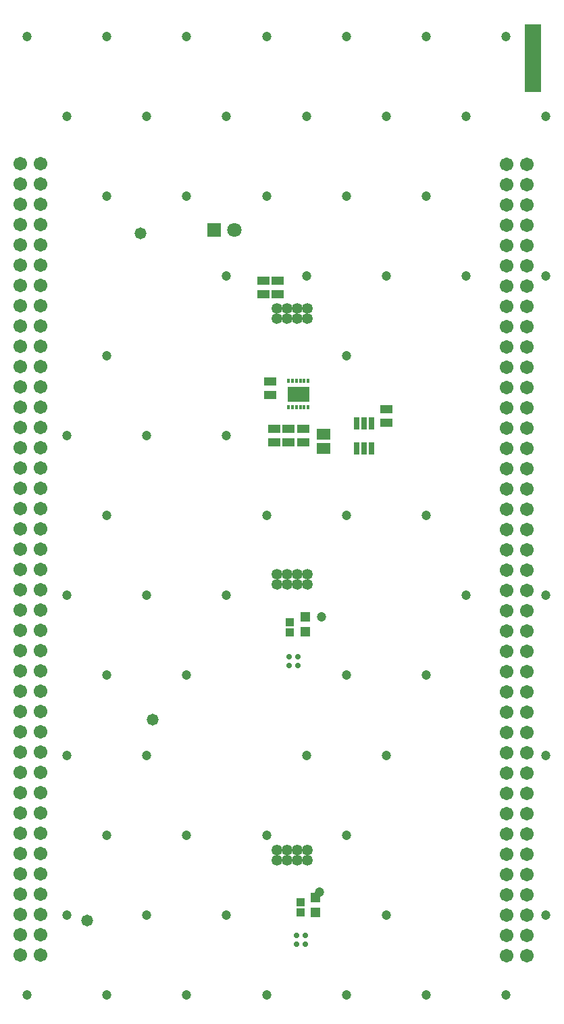
<source format=gbr>
%TF.GenerationSoftware,Altium Limited,Altium Designer,19.1.6 (110)*%
G04 Layer_Color=16711935*
%FSLAX26Y26*%
%MOIN*%
%TF.FileFunction,Soldermask,Bot*%
%TF.Part,Single*%
G01*
G75*
%TA.AperFunction,NonConductor*%
%ADD39C,0.000000*%
%ADD40R,0.078740X0.334646*%
%TA.AperFunction,SMDPad,CuDef*%
%ADD41R,0.051307X0.051307*%
%ADD42R,0.043433X0.041465*%
%ADD43R,0.059181X0.041465*%
%ADD44R,0.065087X0.053276*%
%ADD45R,0.106425X0.074929*%
%ADD46R,0.017843X0.023748*%
%ADD47R,0.029654X0.063118*%
%TA.AperFunction,ComponentPad*%
%ADD48C,0.067055*%
%ADD49C,0.053000*%
%ADD50C,0.070992*%
%ADD51R,0.070992X0.070992*%
%TA.AperFunction,ViaPad*%
%ADD52C,0.047370*%
%ADD53C,0.058000*%
%ADD54C,0.027685*%
D39*
X-50490Y1285520D02*
G03*
X-50490Y1285520I-24510J0D01*
G01*
Y1335520D02*
G03*
X-50490Y1335520I-24510J0D01*
G01*
X-490Y1285520D02*
G03*
X-490Y1285520I-24510J0D01*
G01*
Y1335520D02*
G03*
X-490Y1335520I-24510J0D01*
G01*
X49510Y1285520D02*
G03*
X49510Y1285520I-24510J0D01*
G01*
Y1335520D02*
G03*
X49510Y1335520I-24510J0D01*
G01*
X99510Y1285520D02*
G03*
X99510Y1285520I-24510J0D01*
G01*
Y1335520D02*
G03*
X99510Y1335520I-24510J0D01*
G01*
X100510Y25520D02*
G03*
X100510Y25520I-24510J0D01*
G01*
Y-24480D02*
G03*
X100510Y-24480I-24510J0D01*
G01*
X50510Y25520D02*
G03*
X50510Y25520I-24510J0D01*
G01*
Y-24480D02*
G03*
X50510Y-24480I-24510J0D01*
G01*
X510Y25520D02*
G03*
X510Y25520I-24510J0D01*
G01*
Y-24480D02*
G03*
X510Y-24480I-24510J0D01*
G01*
X-49490Y25520D02*
G03*
X-49490Y25520I-24510J0D01*
G01*
Y-24480D02*
G03*
X-49490Y-24480I-24510J0D01*
G01*
X-50490Y-1382480D02*
G03*
X-50490Y-1382480I-24510J0D01*
G01*
Y-1332480D02*
G03*
X-50490Y-1332480I-24510J0D01*
G01*
X-490Y-1382480D02*
G03*
X-490Y-1382480I-24510J0D01*
G01*
Y-1332480D02*
G03*
X-490Y-1332480I-24510J0D01*
G01*
X49510Y-1382480D02*
G03*
X49510Y-1382480I-24510J0D01*
G01*
Y-1332480D02*
G03*
X49510Y-1332480I-24510J0D01*
G01*
X99510Y-1382480D02*
G03*
X99510Y-1382480I-24510J0D01*
G01*
Y-1332480D02*
G03*
X99510Y-1332480I-24510J0D01*
G01*
D40*
X1188953Y2568906D02*
D03*
D41*
X117000Y-1568567D02*
D03*
Y-1639433D02*
D03*
X67000Y-185567D02*
D03*
Y-256433D02*
D03*
D42*
X41000Y-1590409D02*
D03*
Y-1641591D02*
D03*
X-12000Y-209410D02*
D03*
Y-260591D02*
D03*
D43*
X56000Y674535D02*
D03*
Y741465D02*
D03*
X-19000Y674535D02*
D03*
Y741465D02*
D03*
X-89000Y674535D02*
D03*
Y741465D02*
D03*
X-109000Y909535D02*
D03*
Y976465D02*
D03*
X466000Y840465D02*
D03*
Y773535D02*
D03*
X-70000Y1406535D02*
D03*
Y1473465D02*
D03*
X-140000Y1406535D02*
D03*
Y1473465D02*
D03*
D44*
X155000Y645567D02*
D03*
Y716433D02*
D03*
D45*
X31000Y913000D02*
D03*
D46*
X80213Y977961D02*
D03*
X60528D02*
D03*
X40843D02*
D03*
X21157D02*
D03*
X1472D02*
D03*
X-18213D02*
D03*
Y848039D02*
D03*
X1472D02*
D03*
X21157D02*
D03*
X40843D02*
D03*
X60528D02*
D03*
X80213D02*
D03*
D47*
X318598Y770008D02*
D03*
X356000D02*
D03*
X393401D02*
D03*
Y645992D02*
D03*
X356000D02*
D03*
X318598D02*
D03*
D48*
X-1341205Y2047956D02*
D03*
Y1947956D02*
D03*
Y1847956D02*
D03*
Y1747956D02*
D03*
Y1647956D02*
D03*
Y1547956D02*
D03*
Y1447956D02*
D03*
Y1347956D02*
D03*
Y1247956D02*
D03*
Y1147956D02*
D03*
Y1047956D02*
D03*
Y947956D02*
D03*
Y847956D02*
D03*
Y747956D02*
D03*
Y647956D02*
D03*
Y547956D02*
D03*
Y447955D02*
D03*
Y347955D02*
D03*
Y247956D02*
D03*
Y147956D02*
D03*
Y47956D02*
D03*
Y-52044D02*
D03*
Y-152044D02*
D03*
Y-252044D02*
D03*
Y-352045D02*
D03*
Y-452045D02*
D03*
Y-552044D02*
D03*
Y-652044D02*
D03*
Y-752044D02*
D03*
Y-852044D02*
D03*
Y-952044D02*
D03*
Y-1052044D02*
D03*
Y-1152044D02*
D03*
Y-1252044D02*
D03*
Y-1352044D02*
D03*
Y-1452044D02*
D03*
Y-1552044D02*
D03*
Y-1652044D02*
D03*
Y-1752044D02*
D03*
Y-1852044D02*
D03*
X-1241205Y2047956D02*
D03*
Y1947956D02*
D03*
Y1847956D02*
D03*
Y1747956D02*
D03*
Y1647956D02*
D03*
Y1547956D02*
D03*
Y1447956D02*
D03*
Y1347956D02*
D03*
Y1247956D02*
D03*
Y1147956D02*
D03*
Y1047956D02*
D03*
Y947956D02*
D03*
Y847956D02*
D03*
Y747956D02*
D03*
Y647956D02*
D03*
Y547956D02*
D03*
Y447955D02*
D03*
Y347955D02*
D03*
Y247956D02*
D03*
Y147956D02*
D03*
Y47956D02*
D03*
Y-52044D02*
D03*
Y-152044D02*
D03*
Y-252044D02*
D03*
Y-352045D02*
D03*
Y-452045D02*
D03*
Y-552044D02*
D03*
Y-652044D02*
D03*
Y-752044D02*
D03*
Y-852044D02*
D03*
Y-952044D02*
D03*
Y-1052044D02*
D03*
Y-1152044D02*
D03*
Y-1252044D02*
D03*
Y-1352044D02*
D03*
Y-1452044D02*
D03*
Y-1552044D02*
D03*
Y-1652044D02*
D03*
Y-1752044D02*
D03*
Y-1852044D02*
D03*
X1158795Y-1853029D02*
D03*
Y-1753029D02*
D03*
Y-1653029D02*
D03*
Y-1553029D02*
D03*
Y-1453029D02*
D03*
Y-1353029D02*
D03*
Y-1253029D02*
D03*
Y-1153029D02*
D03*
Y-1053029D02*
D03*
Y-953029D02*
D03*
Y-853029D02*
D03*
Y-753029D02*
D03*
Y-653029D02*
D03*
Y-553029D02*
D03*
Y-453029D02*
D03*
Y-353029D02*
D03*
Y-253029D02*
D03*
Y-153029D02*
D03*
Y-53029D02*
D03*
Y46971D02*
D03*
Y146971D02*
D03*
Y246971D02*
D03*
Y346971D02*
D03*
Y446971D02*
D03*
Y546971D02*
D03*
Y646971D02*
D03*
Y746971D02*
D03*
Y846971D02*
D03*
Y946971D02*
D03*
Y1046971D02*
D03*
Y1146971D02*
D03*
Y1246971D02*
D03*
Y1346971D02*
D03*
Y1446971D02*
D03*
Y1546971D02*
D03*
Y1646971D02*
D03*
Y1746971D02*
D03*
Y1846971D02*
D03*
Y1946971D02*
D03*
Y2046971D02*
D03*
X1058795Y-1853029D02*
D03*
Y-1753029D02*
D03*
Y-1653029D02*
D03*
Y-1553029D02*
D03*
Y-1453029D02*
D03*
Y-1353029D02*
D03*
Y-1253029D02*
D03*
Y-1153029D02*
D03*
Y-1053029D02*
D03*
Y-953029D02*
D03*
Y-853029D02*
D03*
Y-753029D02*
D03*
Y-653029D02*
D03*
Y-553029D02*
D03*
Y-453029D02*
D03*
Y-353029D02*
D03*
Y-253029D02*
D03*
Y-153029D02*
D03*
Y-53029D02*
D03*
Y46971D02*
D03*
Y146971D02*
D03*
Y246971D02*
D03*
Y346971D02*
D03*
Y446971D02*
D03*
Y546971D02*
D03*
Y646971D02*
D03*
Y746971D02*
D03*
Y846971D02*
D03*
Y946971D02*
D03*
Y1046971D02*
D03*
Y1146971D02*
D03*
Y1246971D02*
D03*
Y1346971D02*
D03*
Y1446971D02*
D03*
Y1546971D02*
D03*
Y1646971D02*
D03*
Y1746971D02*
D03*
Y1846971D02*
D03*
Y1946971D02*
D03*
Y2046971D02*
D03*
D49*
X-75000Y1285520D02*
D03*
Y1335520D02*
D03*
X-25000Y1285520D02*
D03*
Y1335520D02*
D03*
X25000Y1285520D02*
D03*
Y1335520D02*
D03*
X75000Y1285520D02*
D03*
Y1335520D02*
D03*
X76000Y25520D02*
D03*
Y-24480D02*
D03*
X26000Y25520D02*
D03*
Y-24480D02*
D03*
X-24000Y25520D02*
D03*
Y-24480D02*
D03*
X-74000Y25520D02*
D03*
Y-24480D02*
D03*
X-75000Y-1382480D02*
D03*
Y-1332480D02*
D03*
X-25000Y-1382480D02*
D03*
Y-1332480D02*
D03*
X25000Y-1382480D02*
D03*
Y-1332480D02*
D03*
X75000Y-1382480D02*
D03*
Y-1332480D02*
D03*
D50*
X-283000Y1722000D02*
D03*
D51*
X-383000D02*
D03*
D52*
X145000Y-184000D02*
D03*
X135000Y-1540000D02*
D03*
X1055150Y2677709D02*
D03*
X1252000Y2284008D02*
D03*
Y1496606D02*
D03*
Y-78197D02*
D03*
Y-865598D02*
D03*
Y-1653000D02*
D03*
X1055150Y-2046701D02*
D03*
X661449Y2677709D02*
D03*
X858299Y2284008D02*
D03*
X661449Y1890307D02*
D03*
X858299Y1496606D02*
D03*
X661449Y315504D02*
D03*
X858299Y-78197D02*
D03*
X661449Y-471898D02*
D03*
Y-2046701D02*
D03*
X267748Y2677709D02*
D03*
X464598Y2284008D02*
D03*
X267748Y1890307D02*
D03*
X464598Y1496606D02*
D03*
X267748Y1102906D02*
D03*
Y315504D02*
D03*
Y-471898D02*
D03*
X464598Y-865598D02*
D03*
X267748Y-1259299D02*
D03*
X464598Y-1653000D02*
D03*
X267748Y-2046701D02*
D03*
X-125953Y2677709D02*
D03*
X70898Y2284008D02*
D03*
X-125953Y1890307D02*
D03*
X70898Y1496606D02*
D03*
X-125953Y315504D02*
D03*
X70898Y-865598D02*
D03*
X-125953Y-1259299D02*
D03*
Y-2046701D02*
D03*
X-519654Y2677709D02*
D03*
X-322803Y2284008D02*
D03*
X-519654Y1890307D02*
D03*
X-322803Y1496606D02*
D03*
Y709205D02*
D03*
Y-78197D02*
D03*
X-519654Y-471898D02*
D03*
Y-1259299D02*
D03*
X-322803Y-1653000D02*
D03*
X-519654Y-2046701D02*
D03*
X-913354Y2677709D02*
D03*
X-716504Y2284008D02*
D03*
X-913354Y1890307D02*
D03*
Y1102906D02*
D03*
X-716504Y709205D02*
D03*
X-913354Y315504D02*
D03*
X-716504Y-78197D02*
D03*
X-913354Y-471898D02*
D03*
X-716504Y-865598D02*
D03*
X-913354Y-1259299D02*
D03*
X-716504Y-1653000D02*
D03*
X-913354Y-2046701D02*
D03*
X-1307055Y2677709D02*
D03*
X-1110205Y2284008D02*
D03*
Y709205D02*
D03*
Y-78197D02*
D03*
Y-865598D02*
D03*
Y-1653000D02*
D03*
X-1307055Y-2046701D02*
D03*
D53*
X-687000Y-692000D02*
D03*
X-1012000Y-1682000D02*
D03*
X-749000Y1706000D02*
D03*
D54*
X27811Y-380189D02*
D03*
X64654Y-1796654D02*
D03*
X21346D02*
D03*
X64654Y-1753347D02*
D03*
X21346D02*
D03*
X-15496Y-380189D02*
D03*
Y-423496D02*
D03*
X27811D02*
D03*
%TF.MD5,6c963b3232a3e2dd467c484769de7314*%
M02*

</source>
